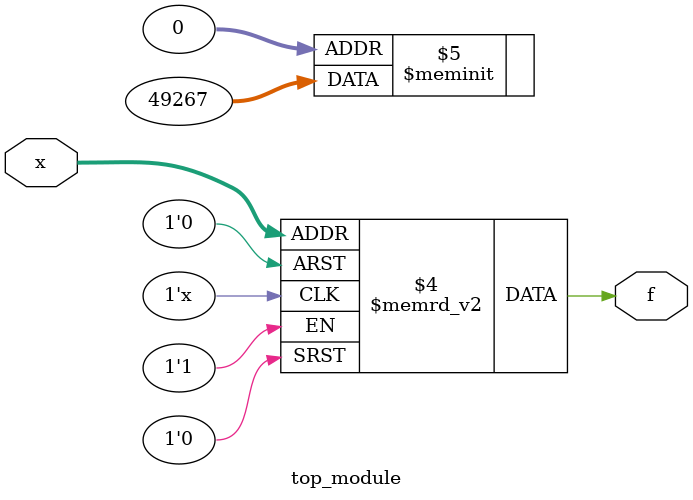
<source format=sv>
module top_module (
    input [4:0] x,
    output logic f
);

always_comb
begin
    case (x)
        5'b00000, 5'b00001, 5'b00100, 5'b00101, 5'b00110, 5'b01110, 5'b01111: 
            f = 1'b1;
        5'b00010, 5'b00011, 5'b00111, 5'b01000, 5'b01001, 5'b01010, 5'b01011, 5'b01101, 5'b10000: 
            f = 1'b0;
        default:
            f = 1'b0;
    endcase
end

endmodule

</source>
